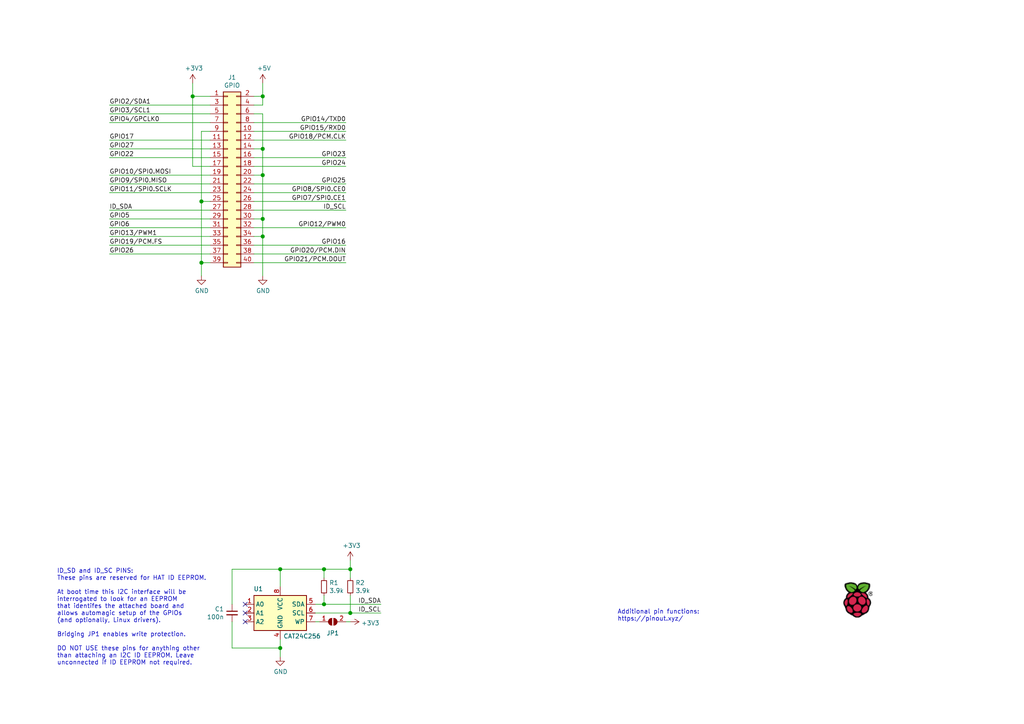
<source format=kicad_sch>
(kicad_sch (version 20231120) (generator "eeschema") (generator_version "8.0")
  (paper "A4")
  (title_block (date "15 nov 2012"))
  (lib_symbols
    (symbol "Connector_Generic:Conn_02x20_Odd_Even" (pin_names (offset 1.016) hide)
      (property "Reference" "J" (at 1.27 25.4 0))
      (property "Value" "Conn_02x20_Odd_Even" (at 1.27 -27.94 0))
      (symbol "Conn_02x20_Odd_Even_1_1"
        (rectangle (start -1.27 -25.273) (end 0 -25.527) (stroke (width 0.1524)))
        (rectangle (start -1.27 -22.733) (end 0 -22.987) (stroke (width 0.1524)))
        (rectangle (start -1.27 -20.193) (end 0 -20.447) (stroke (width 0.1524)))
        (rectangle (start -1.27 -17.653) (end 0 -17.907) (stroke (width 0.1524)))
        (rectangle (start -1.27 -15.113) (end 0 -15.367) (stroke (width 0.1524)))
        (rectangle (start -1.27 -12.573) (end 0 -12.827) (stroke (width 0.1524)))
        (rectangle (start -1.27 -10.033) (end 0 -10.287) (stroke (width 0.1524)))
        (rectangle (start -1.27 -7.493) (end 0 -7.747) (stroke (width 0.1524)))
        (rectangle (start -1.27 -4.953) (end 0 -5.207) (stroke (width 0.1524)))
        (rectangle (start -1.27 -2.413) (end 0 -2.667) (stroke (width 0.1524)))
        (rectangle (start -1.27 0.127) (end 0 -0.127) (stroke (width 0.1524)))
        (rectangle (start -1.27 2.667) (end 0 2.413) (stroke (width 0.1524)))
        (rectangle (start -1.27 5.207) (end 0 4.953) (stroke (width 0.1524)))
        (rectangle (start -1.27 7.747) (end 0 7.493) (stroke (width 0.1524)))
        (rectangle (start -1.27 10.287) (end 0 10.033) (stroke (width 0.1524)))
        (rectangle (start -1.27 12.827) (end 0 12.573) (stroke (width 0.1524)))
        (rectangle (start -1.27 15.367) (end 0 15.113) (stroke (width 0.1524)))
        (rectangle (start -1.27 17.907) (end 0 17.653) (stroke (width 0.1524)))
        (rectangle (start -1.27 20.447) (end 0 20.193) (stroke (width 0.1524)))
        (rectangle (start -1.27 22.987) (end 0 22.733) (stroke (width 0.1524)))
        (rectangle (start -1.27 24.13) (end 3.81 -26.67) (stroke (width 0.254)) (fill (type background)))
        (rectangle (start 3.81 -25.273) (end 2.54 -25.527) (stroke (width 0.1524)))
        (rectangle (start 3.81 -22.733) (end 2.54 -22.987) (stroke (width 0.1524)))
        (rectangle (start 3.81 -20.193) (end 2.54 -20.447) (stroke (width 0.1524)))
        (rectangle (start 3.81 -17.653) (end 2.54 -17.907) (stroke (width 0.1524)))
        (rectangle (start 3.81 -15.113) (end 2.54 -15.367) (stroke (width 0.1524)))
        (rectangle (start 3.81 -12.573) (end 2.54 -12.827) (stroke (width 0.1524)))
        (rectangle (start 3.81 -10.033) (end 2.54 -10.287) (stroke (width 0.1524)))
        (rectangle (start 3.81 -7.493) (end 2.54 -7.747) (stroke (width 0.1524)))
        (rectangle (start 3.81 -4.953) (end 2.54 -5.207) (stroke (width 0.1524)))
        (rectangle (start 3.81 -2.413) (end 2.54 -2.667) (stroke (width 0.1524)))
        (rectangle (start 3.81 0.127) (end 2.54 -0.127) (stroke (width 0.1524)))
        (rectangle (start 3.81 2.667) (end 2.54 2.413) (stroke (width 0.1524)))
        (rectangle (start 3.81 5.207) (end 2.54 4.953) (stroke (width 0.1524)))
        (rectangle (start 3.81 7.747) (end 2.54 7.493) (stroke (width 0.1524)))
        (rectangle (start 3.81 10.287) (end 2.54 10.033) (stroke (width 0.1524)))
        (rectangle (start 3.81 12.827) (end 2.54 12.573) (stroke (width 0.1524)))
        (rectangle (start 3.81 15.367) (end 2.54 15.113) (stroke (width 0.1524)))
        (rectangle (start 3.81 17.907) (end 2.54 17.653) (stroke (width 0.1524)))
        (rectangle (start 3.81 20.447) (end 2.54 20.193) (stroke (width 0.1524)))
        (rectangle (start 3.81 22.987) (end 2.54 22.733) (stroke (width 0.1524)))
        (pin passive line (at -5.08 22.86 0) (length 3.81) (name "Pin_1") (number "1"))
        (pin passive line (at 7.62 12.7 180) (length 3.81) (name "Pin_10") (number "10"))
        (pin passive line (at -5.08 10.16 0) (length 3.81) (name "Pin_11") (number "11"))
        (pin passive line (at 7.62 10.16 180) (length 3.81) (name "Pin_12") (number "12"))
        (pin passive line (at -5.08 7.62 0) (length 3.81) (name "Pin_13") (number "13"))
        (pin passive line (at 7.62 7.62 180) (length 3.81) (name "Pin_14") (number "14"))
        (pin passive line (at -5.08 5.08 0) (length 3.81) (name "Pin_15") (number "15"))
        (pin passive line (at 7.62 5.08 180) (length 3.81) (name "Pin_16") (number "16"))
        (pin passive line (at -5.08 2.54 0) (length 3.81) (name "Pin_17") (number "17"))
        (pin passive line (at 7.62 2.54 180) (length 3.81) (name "Pin_18") (number "18"))
        (pin passive line (at -5.08 0 0) (length 3.81) (name "Pin_19") (number "19"))
        (pin passive line (at 7.62 22.86 180) (length 3.81) (name "Pin_2") (number "2"))
        (pin passive line (at 7.62 0 180) (length 3.81) (name "Pin_20") (number "20"))
        (pin passive line (at -5.08 -2.54 0) (length 3.81) (name "Pin_21") (number "21"))
        (pin passive line (at 7.62 -2.54 180) (length 3.81) (name "Pin_22") (number "22"))
        (pin passive line (at -5.08 -5.08 0) (length 3.81) (name "Pin_23") (number "23"))
        (pin passive line (at 7.62 -5.08 180) (length 3.81) (name "Pin_24") (number "24"))
        (pin passive line (at -5.08 -7.62 0) (length 3.81) (name "Pin_25") (number "25"))
        (pin passive line (at 7.62 -7.62 180) (length 3.81) (name "Pin_26") (number "26"))
        (pin passive line (at -5.08 -10.16 0) (length 3.81) (name "Pin_27") (number "27"))
        (pin passive line (at 7.62 -10.16 180) (length 3.81) (name "Pin_28") (number "28"))
        (pin passive line (at -5.08 -12.7 0) (length 3.81) (name "Pin_29") (number "29"))
        (pin passive line (at -5.08 20.32 0) (length 3.81) (name "Pin_3") (number "3"))
        (pin passive line (at 7.62 -12.7 180) (length 3.81) (name "Pin_30") (number "30"))
        (pin passive line (at -5.08 -15.24 0) (length 3.81) (name "Pin_31") (number "31"))
        (pin passive line (at 7.62 -15.24 180) (length 3.81) (name "Pin_32") (number "32"))
        (pin passive line (at -5.08 -17.78 0) (length 3.81) (name "Pin_33") (number "33"))
        (pin passive line (at 7.62 -17.78 180) (length 3.81) (name "Pin_34") (number "34"))
        (pin passive line (at -5.08 -20.32 0) (length 3.81) (name "Pin_35") (number "35"))
        (pin passive line (at 7.62 -20.32 180) (length 3.81) (name "Pin_36") (number "36"))
        (pin passive line (at -5.08 -22.86 0) (length 3.81) (name "Pin_37") (number "37"))
        (pin passive line (at 7.62 -22.86 180) (length 3.81) (name "Pin_38") (number "38"))
        (pin passive line (at -5.08 -25.4 0) (length 3.81) (name "Pin_39") (number "39"))
        (pin passive line (at 7.62 20.32 180) (length 3.81) (name "Pin_4") (number "4"))
        (pin passive line (at 7.62 -25.4 180) (length 3.81) (name "Pin_40") (number "40"))
        (pin passive line (at -5.08 17.78 0) (length 3.81) (name "Pin_5") (number "5"))
        (pin passive line (at 7.62 17.78 180) (length 3.81) (name "Pin_6") (number "6"))
        (pin passive line (at -5.08 15.24 0) (length 3.81) (name "Pin_7") (number "7"))
        (pin passive line (at 7.62 15.24 180) (length 3.81) (name "Pin_8") (number "8"))
        (pin passive line (at -5.08 12.7 0) (length 3.81) (name "Pin_9") (number "9"))
      )
    )
    (symbol "Device:C_Small" (pin_numbers hide) (pin_names (offset 0.254) hide)
      (property "Reference" "C" (at 0.254 1.778 0))
      (property "Value" "C_Small" (at 0.254 -2.032 0))
      (symbol "C_Small_0_1"
        (polyline (pts (xy -1.524 -0.508) (xy 1.524 -0.508)) (stroke (width 0.3302)))
        (polyline (pts (xy -1.524 0.508) (xy 1.524 0.508)) (stroke (width 0.3048)))
      )
      (symbol "C_Small_1_1"
        (pin passive line (at 0 2.54 270) (length 2.032) (name "~") (number "1"))
        (pin passive line (at 0 -2.54 90) (length 2.032) (name "~") (number "2"))
      )
    )
    (symbol "Device:R_Small" (pin_numbers hide) (pin_names (offset 0.254) hide)
      (property "Reference" "R" (at 0.762 0.508 0))
      (property "Value" "R_Small" (at 0.762 -1.016 0))
      (symbol "R_Small_0_1"
        (rectangle (start -0.762 1.778) (end 0.762 -1.778) (stroke (width 0.2032)))
      )
      (symbol "R_Small_1_1"
        (pin passive line (at 0 2.54 270) (length 0.762) (name "~") (number "1"))
        (pin passive line (at 0 -2.54 90) (length 0.762) (name "~") (number "2"))
      )
    )
    (symbol "Jumper:SolderJumper_2_Open" (pin_names (offset 0) hide)
      (property "Reference" "JP" (at 0 2.032 0))
      (property "Value" "SolderJumper_2_Open" (at 0 -2.54 0))
      (symbol "SolderJumper_2_Open_0_1"
        (arc (start -0.254 1.016) (mid -1.2656 0) (end -0.254 -1.016))
        (arc (start -0.254 1.016) (mid -1.2656 0) (end -0.254 -1.016) (fill (type outline)))
        (polyline (pts (xy -0.254 1.016) (xy -0.254 -1.016)))
        (polyline (pts (xy 0.254 1.016) (xy 0.254 -1.016)))
        (arc (start 0.254 -1.016) (mid 1.2656 0) (end 0.254 1.016))
        (arc (start 0.254 -1.016) (mid 1.2656 0) (end 0.254 1.016) (fill (type outline)))
      )
      (symbol "SolderJumper_2_Open_1_1"
        (pin passive line (at -3.81 0 0) (length 2.54) (name "A") (number "1"))
        (pin passive line (at 3.81 0 180) (length 2.54) (name "B") (number "2"))
      )
    )
    (symbol "Memory_EEPROM:CAT24C256"
      (property "Reference" "U" (at -6.35 6.35 0))
      (property "Value" "CAT24C256" (at 1.27 6.35 0))
      (symbol "CAT24C256_1_1"
        (rectangle (start -7.62 5.08) (end 7.62 -5.08) (stroke (width 0.254)) (fill (type background)))
        (pin input line (at -10.16 2.54 0) (length 2.54) (name "A0") (number "1"))
        (pin input line (at -10.16 0 0) (length 2.54) (name "A1") (number "2"))
        (pin input line (at -10.16 -2.54 0) (length 2.54) (name "A2") (number "3"))
        (pin power_in line (at 0 -7.62 90) (length 2.54) (name "GND") (number "4"))
        (pin bidirectional line (at 10.16 2.54 180) (length 2.54) (name "SDA") (number "5"))
        (pin input line (at 10.16 0 180) (length 2.54) (name "SCL") (number "6"))
        (pin input line (at 10.16 -2.54 180) (length 2.54) (name "WP") (number "7"))
        (pin power_in line (at 0 7.62 270) (length 2.54) (name "VCC") (number "8"))
      )
    )
    (symbol "power:+3.3V" (power) (pin_names (offset 0))
      (property "Value" "+3.3V" (at 0 3.556 0))
      (symbol "+3.3V_0_1"
        (polyline (pts (xy -0.762 1.27) (xy 0 2.54)))
        (polyline (pts (xy 0 0) (xy 0 2.54)))
        (polyline (pts (xy 0 2.54) (xy 0.762 1.27)))
      )
      (symbol "+3.3V_1_1"
        (pin power_in line (at 0 0 90) (length 0) hide (name "+3V3") (number "1"))
      )
    )
    (symbol "power:+5V" (power) (pin_names (offset 0))
      (property "Value" "+5V" (at 0 3.556 0))
      (symbol "+5V_0_1"
        (polyline (pts (xy -0.762 1.27) (xy 0 2.54)))
        (polyline (pts (xy 0 0) (xy 0 2.54)))
        (polyline (pts (xy 0 2.54) (xy 0.762 1.27)))
      )
      (symbol "+5V_1_1"
        (pin power_in line (at 0 0 90) (length 0) hide (name "+5V") (number "1"))
      )
    )
    (symbol "power:GND" (power) (pin_names (offset 0))
      (property "Value" "GND" (at 0 -3.81 0))
      (symbol "GND_0_1"
        (polyline (pts (xy 0 0) (xy 0 -1.27) (xy 1.27 -1.27) (xy 0 -2.54) (xy -1.27 -1.27) (xy 0 -1.27)))
      )
      (symbol "GND_1_1"
        (pin power_in line (at 0 0 270) (length 0) hide (name "GND") (number "1"))
      )
    )
  )
  (junction (at 93.98 175.26) (diameter 1.016))
  (junction (at 76.2 27.94) (diameter 1.016))
  (junction (at 81.28 187.96) (diameter 1.016))
  (junction (at 76.2 43.18) (diameter 1.016))
  (junction (at 81.28 165.1) (diameter 1.016))
  (junction (at 101.6 165.1) (diameter 1.016))
  (junction (at 58.42 76.2) (diameter 1.016))
  (junction (at 58.42 58.42) (diameter 1.016))
  (junction (at 76.2 68.58) (diameter 1.016))
  (junction (at 76.2 63.5) (diameter 1.016))
  (junction (at 76.2 50.8) (diameter 1.016))
  (junction (at 101.6 177.8) (diameter 1.016))
  (junction (at 55.88 27.94) (diameter 1.016))
  (junction (at 93.98 165.1) (diameter 1.016))
  (no_connect (at 71.12 175.26))
  (no_connect (at 71.12 177.8))
  (no_connect (at 71.12 180.34))
  (wire (pts (xy 58.42 58.42) (xy 58.42 76.2)))
  (wire (pts (xy 73.66 58.42) (xy 100.33 58.42)))
  (wire (pts (xy 60.96 40.64) (xy 31.75 40.64)))
  (wire (pts (xy 81.28 165.1) (xy 93.98 165.1)))
  (wire (pts (xy 101.6 165.1) (xy 93.98 165.1)))
  (wire (pts (xy 101.6 167.64) (xy 101.6 165.1)))
  (wire (pts (xy 76.2 33.02) (xy 76.2 43.18)))
  (wire (pts (xy 76.2 50.8) (xy 73.66 50.8)))
  (wire (pts (xy 76.2 63.5) (xy 76.2 68.58)))
  (wire (pts (xy 76.2 50.8) (xy 76.2 63.5)))
  (wire (pts (xy 73.66 35.56) (xy 100.33 35.56)))
  (wire (pts (xy 58.42 38.1) (xy 58.42 58.42)))
  (wire (pts (xy 91.44 175.26) (xy 93.98 175.26)))
  (wire (pts (xy 93.98 175.26) (xy 110.49 175.26)))
  (wire (pts (xy 58.42 38.1) (xy 60.96 38.1)))
  (wire (pts (xy 91.44 180.34) (xy 92.71 180.34)))
  (wire (pts (xy 100.33 180.34) (xy 101.6 180.34)))
  (wire (pts (xy 73.66 55.88) (xy 100.33 55.88)))
  (wire (pts (xy 60.96 60.96) (xy 31.75 60.96)))
  (wire (pts (xy 31.75 63.5) (xy 60.96 63.5)))
  (wire (pts (xy 58.42 58.42) (xy 60.96 58.42)))
  (wire (pts (xy 101.6 162.56) (xy 101.6 165.1)))
  (wire (pts (xy 73.66 45.72) (xy 100.33 45.72)))
  (wire (pts (xy 81.28 165.1) (xy 81.28 170.18)))
  (wire (pts (xy 73.66 76.2) (xy 100.33 76.2)))
  (wire (pts (xy 58.42 76.2) (xy 58.42 80.01)))
  (wire (pts (xy 31.75 43.18) (xy 60.96 43.18)))
  (wire (pts (xy 101.6 172.72) (xy 101.6 177.8)))
  (wire (pts (xy 55.88 24.13) (xy 55.88 27.94)))
  (wire (pts (xy 76.2 68.58) (xy 73.66 68.58)))
  (wire (pts (xy 31.75 33.02) (xy 60.96 33.02)))
  (wire (pts (xy 31.75 55.88) (xy 60.96 55.88)))
  (wire (pts (xy 55.88 48.26) (xy 60.96 48.26)))
  (wire (pts (xy 60.96 30.48) (xy 31.75 30.48)))
  (wire (pts (xy 76.2 27.94) (xy 76.2 30.48)))
  (wire (pts (xy 76.2 43.18) (xy 76.2 50.8)))
  (wire (pts (xy 73.66 40.64) (xy 100.33 40.64)))
  (wire (pts (xy 76.2 43.18) (xy 73.66 43.18)))
  (wire (pts (xy 76.2 24.13) (xy 76.2 27.94)))
  (wire (pts (xy 31.75 35.56) (xy 60.96 35.56)))
  (wire (pts (xy 93.98 165.1) (xy 93.98 167.64)))
  (wire (pts (xy 76.2 27.94) (xy 73.66 27.94)))
  (wire (pts (xy 55.88 27.94) (xy 55.88 48.26)))
  (wire (pts (xy 73.66 48.26) (xy 100.33 48.26)))
  (wire (pts (xy 73.66 38.1) (xy 100.33 38.1)))
  (wire (pts (xy 93.98 172.72) (xy 93.98 175.26)))
  (wire (pts (xy 91.44 177.8) (xy 101.6 177.8)))
  (wire (pts (xy 101.6 177.8) (xy 110.49 177.8)))
  (wire (pts (xy 31.75 45.72) (xy 60.96 45.72)))
  (wire (pts (xy 31.75 53.34) (xy 60.96 53.34)))
  (wire (pts (xy 31.75 66.04) (xy 60.96 66.04)))
  (wire (pts (xy 76.2 30.48) (xy 73.66 30.48)))
  (wire (pts (xy 31.75 71.12) (xy 60.96 71.12)))
  (wire (pts (xy 73.66 71.12) (xy 100.33 71.12)))
  (wire (pts (xy 73.66 66.04) (xy 100.33 66.04)))
  (wire (pts (xy 58.42 76.2) (xy 60.96 76.2)))
  (wire (pts (xy 73.66 73.66) (xy 100.33 73.66)))
  (wire (pts (xy 76.2 33.02) (xy 73.66 33.02)))
  (wire (pts (xy 31.75 73.66) (xy 60.96 73.66)))
  (wire (pts (xy 67.31 165.1) (xy 67.31 175.26)))
  (wire (pts (xy 67.31 180.34) (xy 67.31 187.96)))
  (wire (pts (xy 67.31 187.96) (xy 81.28 187.96)))
  (wire (pts (xy 81.28 165.1) (xy 67.31 165.1)))
  (wire (pts (xy 81.28 185.42) (xy 81.28 187.96)))
  (wire (pts (xy 81.28 187.96) (xy 81.28 190.5)))
  (wire (pts (xy 76.2 68.58) (xy 76.2 80.01)))
  (wire (pts (xy 73.66 53.34) (xy 100.33 53.34)))
  (wire (pts (xy 60.96 68.58) (xy 31.75 68.58)))
  (wire (pts (xy 76.2 63.5) (xy 73.66 63.5)))
  (wire (pts (xy 55.88 27.94) (xy 60.96 27.94)))
  (wire (pts (xy 60.96 50.8) (xy 31.75 50.8)))
  (wire (pts (xy 73.66 60.96) (xy 100.33 60.96)))
  (image (at 248.92 173.99) (scale 0.447217))
  (text "Additional pin functions:\nhttps://pinout.xyz/" (at 179.07 180.34 0) (effects (font (size 1.27 1.27)) (justify left bottom)))
  (text "ID_SD and ID_SC PINS:\nThese pins are reserved for HAT ID EEPROM.\n\nAt boot time this I2C interface will be\ninterrogated to look for an EEPROM\nthat identifes the attached board and\nallows automagic setup of the GPIOs\n(and optionally, Linux drivers).\n\nBridging JP1 enables write protection.\n\nDO NOT USE these pins for anything other\nthan attaching an I2C ID EEPROM. Leave\nunconnected if ID EEPROM not required." (at 16.51 193.04 0) (effects (font (size 1.27 1.27)) (justify left bottom)))
  (label "ID_SDA" (at 31.75 60.96 0))
  (label "GPIO6" (at 31.75 66.04 0))
  (label "ID_SDA" (at 110.49 175.26 180))
  (label "ID_SCL" (at 100.33 60.96 180))
  (label "GPIO5" (at 31.75 63.5 0))
  (label "GPIO21{slash}PCM.DOUT" (at 100.33 76.2 180))
  (label "GPIO19{slash}PCM.FS" (at 31.75 71.12 0))
  (label "GPIO10{slash}SPI0.MOSI" (at 31.75 50.8 0))
  (label "GPIO9{slash}SPI0.MISO" (at 31.75 53.34 0))
  (label "GPIO23" (at 100.33 45.72 180))
  (label "GPIO4{slash}GPCLK0" (at 31.75 35.56 0))
  (label "GPIO27" (at 31.75 43.18 0))
  (label "GPIO26" (at 31.75 73.66 0))
  (label "GPIO14{slash}TXD0" (at 100.33 35.56 180))
  (label "GPIO8{slash}SPI0.CE0" (at 100.33 55.88 180))
  (label "GPIO15{slash}RXD0" (at 100.33 38.1 180))
  (label "GPIO16" (at 100.33 71.12 180))
  (label "GPIO22" (at 31.75 45.72 0))
  (label "GPIO2{slash}SDA1" (at 31.75 30.48 0))
  (label "GPIO17" (at 31.75 40.64 0))
  (label "GPIO25" (at 100.33 53.34 180))
  (label "GPIO3{slash}SCL1" (at 31.75 33.02 0))
  (label "GPIO18{slash}PCM.CLK" (at 100.33 40.64 180))
  (label "GPIO12{slash}PWM0" (at 100.33 66.04 180))
  (label "GPIO13{slash}PWM1" (at 31.75 68.58 0))
  (label "GPIO20{slash}PCM.DIN" (at 100.33 73.66 180))
  (label "GPIO24" (at 100.33 48.26 180))
  (label "GPIO7{slash}SPI0.CE1" (at 100.33 58.42 180))
  (label "ID_SCL" (at 110.49 177.8 180))
  (label "GPIO11{slash}SPI0.SCLK" (at 31.75 55.88 0))
  (symbol (lib_id "power:+5V") (at 76.2 24.13 0) (unit 1)
    (property "Reference" "#PWR01" (effects (hide yes)))
    (property "Value" "+5V" (at 76.5683 19.8056 0))
  )
  (symbol (lib_id "power:+3.3V") (at 55.88 24.13 0) (unit 1)
    (property "Reference" "#PWR04" (effects (hide yes)))
    (property "Value" "+3V3" (at 56.2483 19.8056 0))
  )
  (symbol (lib_id "power:GND") (at 76.2 80.01 0) (unit 1)
    (property "Reference" "#PWR02" (effects (hide yes)))
    (property "Value" "GND" (at 76.3143 84.3344 0))
  )
  (symbol (lib_id "power:GND") (at 58.42 80.01 0) (unit 1)
    (property "Reference" "#PWR03" (effects (hide yes)))
    (property "Value" "GND" (at 58.5343 84.3344 0))
  )
  (symbol (lib_id "Connector_Generic:Conn_02x20_Odd_Even") (at 66.04 50.8 0) (unit 1)
    (property "Reference" "J1" (at 67.31 22.4598 0))
    (property "Value" "GPIO" (at 67.31 24.765 0))
    (property "Footprint" "Connector_PinSocket_2.54mm:PinSocket_2x20_P2.54mm_Vertical" (effects (hide yes)))
  )
  (symbol (lib_id "Device:C_Small") (at 67.31 177.8 0) (unit 1)
    (property "Reference" "C1" (at 64.9858 176.6506 0) (effects (justify right)))
    (property "Value" "100n" (at 64.9858 178.9493 0) (effects (justify right)))
  )
  (symbol (lib_id "Device:R_Small") (at 93.98 170.18 0) (unit 1)
    (property "Reference" "R1" (at 95.4786 169.037 0) (effects (justify left)))
    (property "Value" "3.9k" (at 95.4787 171.3293 0) (effects (justify left)))
  )
  (symbol (lib_id "Jumper:SolderJumper_2_Open") (at 96.52 180.34 0) (unit 1)
    (property "Reference" "JP1" (at 96.52 183.623 0))
    (property "Value" "ID_WP" (effects (hide yes)))
  )
  (symbol (lib_id "Device:R_Small") (at 101.6 170.18 0) (unit 1)
    (property "Reference" "R2" (at 103.0986 169.037 0) (effects (justify left)))
    (property "Value" "3.9k" (at 103.0987 171.3293 0) (effects (justify left)))
  )
  (symbol (lib_id "power:+3.3V") (at 101.6 162.56 0) (unit 1)
    (property "Reference" "#PWR0101" (effects (hide yes)))
    (property "Value" "+3V3" (at 101.9683 158.2356 0))
  )
  (symbol (lib_id "Memory_EEPROM:CAT24C256") (at 81.28 177.8 0) (unit 1)
    (property "Reference" "U1" (at 74.93 170.7958 0))
    (property "Value" "CAT24C256" (at 87.63 184.5245 0))
    (property "Datasheet" "https://www.onsemi.cn/PowerSolutions/document/CAT24C256-D.PDF" (effects (hide yes)))
  )
  (symbol (lib_id "power:GND") (at 81.28 190.5 0) (unit 1)
    (property "Reference" "#PWR0102" (effects (hide yes)))
    (property "Value" "GND" (at 81.3943 194.8244 0))
  )
  (symbol (lib_id "power:+3.3V") (at 101.6 180.34 270) (unit 1)
    (property "Reference" "#PWR0103" (effects (hide yes)))
    (property "Value" "+3V3" (at 104.7751 180.7083 90) (effects (justify left)))
  )
)
</source>
